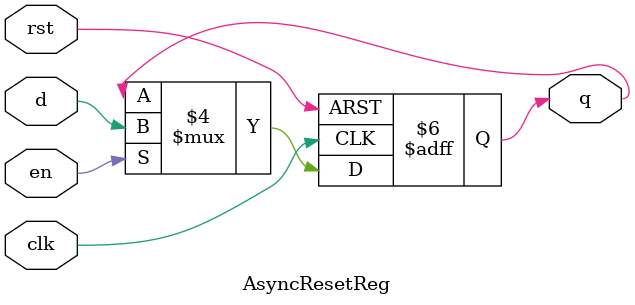
<source format=v>
module AsyncResetReg(
  input clk,
  input rst,
  input en,
  input d,
  output q
);
   wire clk;
   wire rst;
   wire d;
   reg q;

always @ (posedge clk or posedge rst)
begin
    if (rst == 1'b1) begin
        q <= 0;
    end else if (en == 1'b1) begin
        q <= d;
    end
end    

endmodule
</source>
